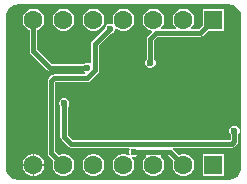
<source format=gbl>
G04*
G04 #@! TF.GenerationSoftware,Altium Limited,Altium Designer,23.2.1 (34)*
G04*
G04 Layer_Physical_Order=2*
G04 Layer_Color=16711680*
%FSLAX44Y44*%
%MOMM*%
G71*
G04*
G04 #@! TF.SameCoordinates,7A8B7A28-FB81-42DE-AEC7-513869FFDE84*
G04*
G04*
G04 #@! TF.FilePolarity,Positive*
G04*
G01*
G75*
%ADD31C,0.3810*%
%ADD35C,1.6000*%
%ADD36R,1.6000X1.6000*%
%ADD37C,0.6000*%
G36*
X264680Y222433D02*
X264817Y222430D01*
X264956Y222425D01*
X265113Y222416D01*
X265293Y222404D01*
X265468Y222389D01*
X265755Y222357D01*
X266640Y222248D01*
X268048Y221816D01*
X268733Y221532D01*
X269985Y220893D01*
X271431Y219802D01*
X272434Y218724D01*
X272885Y218136D01*
X273650Y216956D01*
X274356Y215288D01*
X274685Y213854D01*
X274782Y213119D01*
X274811Y212554D01*
X274816Y212421D01*
X274819Y212292D01*
X274821Y212082D01*
Y84389D01*
X274819Y84254D01*
X274816Y84117D01*
X274810Y83979D01*
X274802Y83821D01*
X274790Y83641D01*
X274774Y83466D01*
X274743Y83179D01*
X274634Y82294D01*
X274202Y80886D01*
X273918Y80201D01*
X273279Y78949D01*
X272188Y77503D01*
X271110Y76500D01*
X270522Y76049D01*
X269342Y75284D01*
X267673Y74578D01*
X266240Y74249D01*
X265505Y74152D01*
X264939Y74123D01*
X264807Y74118D01*
X264678Y74115D01*
X264468Y74113D01*
X85975Y74113D01*
X85840Y74115D01*
X85703Y74119D01*
X85564Y74124D01*
X85407Y74132D01*
X85227Y74145D01*
X85051Y74160D01*
X84765Y74191D01*
X83880Y74301D01*
X82472Y74732D01*
X81786Y75016D01*
X80535Y75655D01*
X79089Y76747D01*
X78086Y77824D01*
X77635Y78412D01*
X76870Y79592D01*
X76164Y81261D01*
X75835Y82695D01*
X75738Y83430D01*
X75709Y83995D01*
X75704Y84127D01*
X75701Y84256D01*
X75699Y84466D01*
X75699Y212159D01*
X75701Y212294D01*
X75704Y212432D01*
X75710Y212570D01*
X75718Y212727D01*
X75730Y212907D01*
X75746Y213083D01*
X75777Y213369D01*
X75886Y214254D01*
X76318Y215662D01*
X76602Y216348D01*
X77241Y217599D01*
X78332Y219045D01*
X79410Y220048D01*
X79998Y220499D01*
X81178Y221264D01*
X82846Y221970D01*
X84281Y222300D01*
X85015Y222396D01*
X85581Y222425D01*
X85713Y222430D01*
X85842Y222433D01*
X86052Y222435D01*
X264545D01*
X264680Y222433D01*
D02*
G37*
%LPC*%
G36*
X176480Y218820D02*
X174039D01*
X171682Y218188D01*
X169568Y216968D01*
X167842Y215242D01*
X166622Y213128D01*
X165990Y210770D01*
Y208330D01*
X166381Y206870D01*
X165317Y205936D01*
X164679Y206200D01*
X162981D01*
X161411Y205550D01*
X160210Y204349D01*
X159560Y202779D01*
Y202238D01*
X148841Y191519D01*
X148139Y190469D01*
X147893Y189230D01*
Y173495D01*
X146623Y172768D01*
X145629Y173180D01*
X143931D01*
X142361Y172530D01*
X141979Y172147D01*
X114371D01*
X102297Y184221D01*
Y200820D01*
X102638Y200912D01*
X104752Y202132D01*
X106478Y203858D01*
X107698Y205972D01*
X108330Y208330D01*
Y210770D01*
X107698Y213128D01*
X106478Y215242D01*
X104752Y216968D01*
X102638Y218188D01*
X100280Y218820D01*
X97839D01*
X95482Y218188D01*
X93368Y216968D01*
X91642Y215242D01*
X90422Y213128D01*
X89790Y210770D01*
Y208330D01*
X90422Y205972D01*
X91642Y203858D01*
X93368Y202132D01*
X95482Y200912D01*
X95823Y200820D01*
Y182880D01*
X96069Y181641D01*
X96771Y180591D01*
X110741Y166621D01*
X111791Y165919D01*
X113030Y165673D01*
X141979D01*
X142361Y165290D01*
X142669Y163788D01*
X142238Y163257D01*
X116532D01*
X115293Y163011D01*
X114243Y162309D01*
X112011Y160077D01*
X111309Y159027D01*
X111063Y157788D01*
Y96520D01*
X111309Y95281D01*
X112011Y94231D01*
X115998Y90244D01*
X115822Y89938D01*
X115190Y87580D01*
Y85140D01*
X115822Y82782D01*
X117042Y80668D01*
X118768Y78942D01*
X120882Y77722D01*
X123239Y77090D01*
X125680D01*
X128038Y77722D01*
X130152Y78942D01*
X131878Y80668D01*
X133098Y82782D01*
X133730Y85140D01*
Y87580D01*
X133098Y89938D01*
X131878Y92052D01*
X130152Y93778D01*
X128038Y94998D01*
X125680Y95630D01*
X123239D01*
X120882Y94998D01*
X120576Y94822D01*
X117537Y97861D01*
Y156447D01*
X117873Y156783D01*
X144623D01*
X145862Y157029D01*
X146912Y157731D01*
X153419Y164238D01*
X154121Y165288D01*
X154367Y166527D01*
Y187889D01*
X164138Y197660D01*
X164679D01*
X166249Y198310D01*
X167450Y199511D01*
X168100Y201081D01*
Y201804D01*
X169370Y202330D01*
X169568Y202132D01*
X171682Y200912D01*
X174039Y200280D01*
X176480D01*
X178838Y200912D01*
X180952Y202132D01*
X182678Y203858D01*
X183898Y205972D01*
X184530Y208330D01*
Y210770D01*
X183898Y213128D01*
X182678Y215242D01*
X180952Y216968D01*
X178838Y218188D01*
X176480Y218820D01*
D02*
G37*
G36*
X260730D02*
X242190D01*
Y204858D01*
X238944Y201612D01*
X233028D01*
X232502Y202882D01*
X233478Y203858D01*
X234698Y205972D01*
X235330Y208330D01*
Y210770D01*
X234698Y213128D01*
X233478Y215242D01*
X231752Y216968D01*
X229638Y218188D01*
X227280Y218820D01*
X224839D01*
X222482Y218188D01*
X220368Y216968D01*
X218642Y215242D01*
X217422Y213128D01*
X216790Y210770D01*
Y208330D01*
X217422Y205972D01*
X218642Y203858D01*
X219618Y202882D01*
X219092Y201612D01*
X207628D01*
X207102Y202882D01*
X208078Y203858D01*
X209298Y205972D01*
X209930Y208330D01*
Y210770D01*
X209298Y213128D01*
X208078Y215242D01*
X206352Y216968D01*
X204238Y218188D01*
X201880Y218820D01*
X199440D01*
X197082Y218188D01*
X194968Y216968D01*
X193242Y215242D01*
X192022Y213128D01*
X191390Y210770D01*
Y208330D01*
X192022Y205972D01*
X193242Y203858D01*
X194968Y202132D01*
X197082Y200912D01*
X198828Y200444D01*
X199252Y199072D01*
X195831Y195651D01*
X195129Y194601D01*
X194883Y193362D01*
Y175521D01*
X194500Y175139D01*
X193850Y173569D01*
Y171871D01*
X194500Y170301D01*
X195701Y169100D01*
X197271Y168450D01*
X198969D01*
X200539Y169100D01*
X201740Y170301D01*
X202390Y171871D01*
Y173569D01*
X201740Y175139D01*
X201357Y175521D01*
Y192021D01*
X204474Y195138D01*
X240285D01*
X241524Y195384D01*
X242574Y196086D01*
X246768Y200280D01*
X260730D01*
Y218820D01*
D02*
G37*
G36*
X151080D02*
X148639D01*
X146282Y218188D01*
X144168Y216968D01*
X142442Y215242D01*
X141222Y213128D01*
X140590Y210770D01*
Y208330D01*
X141222Y205972D01*
X142442Y203858D01*
X144168Y202132D01*
X146282Y200912D01*
X148639Y200280D01*
X151080D01*
X153438Y200912D01*
X155552Y202132D01*
X157278Y203858D01*
X158498Y205972D01*
X159130Y208330D01*
Y210770D01*
X158498Y213128D01*
X157278Y215242D01*
X155552Y216968D01*
X153438Y218188D01*
X151080Y218820D01*
D02*
G37*
G36*
X125680D02*
X123239D01*
X120882Y218188D01*
X118768Y216968D01*
X117042Y215242D01*
X115822Y213128D01*
X115190Y210770D01*
Y208330D01*
X115822Y205972D01*
X117042Y203858D01*
X118768Y202132D01*
X120882Y200912D01*
X123239Y200280D01*
X125680D01*
X128038Y200912D01*
X130152Y202132D01*
X131878Y203858D01*
X133098Y205972D01*
X133730Y208330D01*
Y210770D01*
X133098Y213128D01*
X131878Y215242D01*
X130152Y216968D01*
X128038Y218188D01*
X125680Y218820D01*
D02*
G37*
G36*
X125969Y142849D02*
X124270D01*
X122701Y142199D01*
X121500Y140998D01*
X120849Y139428D01*
Y137730D01*
X121500Y136160D01*
X121882Y135777D01*
Y110182D01*
X122129Y108943D01*
X122830Y107893D01*
X128697Y102026D01*
X129747Y101324D01*
X130986Y101078D01*
X179740D01*
X180364Y99808D01*
X179880Y98639D01*
Y96941D01*
X180467Y95524D01*
X180188Y95075D01*
X179596Y94561D01*
X178838Y94998D01*
X176480Y95630D01*
X174039D01*
X171682Y94998D01*
X169568Y93778D01*
X167842Y92052D01*
X166622Y89938D01*
X165990Y87580D01*
Y85140D01*
X166622Y82782D01*
X167842Y80668D01*
X169568Y78942D01*
X171682Y77722D01*
X174039Y77090D01*
X176480D01*
X178838Y77722D01*
X180952Y78942D01*
X182678Y80668D01*
X183898Y82782D01*
X184530Y85140D01*
Y87580D01*
X183898Y89938D01*
X182678Y92052D01*
X182078Y92652D01*
X182797Y93729D01*
X183301Y93520D01*
X184999D01*
X186569Y94170D01*
X186951Y94553D01*
X193947D01*
X194473Y93283D01*
X193242Y92052D01*
X192022Y89938D01*
X191390Y87580D01*
Y85140D01*
X192022Y82782D01*
X193242Y80668D01*
X194968Y78942D01*
X197082Y77722D01*
X199440Y77090D01*
X201880D01*
X204238Y77722D01*
X206352Y78942D01*
X208078Y80668D01*
X209298Y82782D01*
X209930Y85140D01*
Y87580D01*
X209298Y89938D01*
X208078Y92052D01*
X206847Y93283D01*
X207373Y94553D01*
X213289D01*
X217598Y90244D01*
X217422Y89938D01*
X216790Y87580D01*
Y85140D01*
X217422Y82782D01*
X218642Y80668D01*
X220368Y78942D01*
X222482Y77722D01*
X224839Y77090D01*
X227280D01*
X229638Y77722D01*
X231752Y78942D01*
X233478Y80668D01*
X234698Y82782D01*
X235330Y85140D01*
Y87580D01*
X234698Y89938D01*
X233478Y92052D01*
X231752Y93778D01*
X229638Y94998D01*
X227280Y95630D01*
X224839D01*
X222482Y94998D01*
X222176Y94822D01*
X217190Y99808D01*
X217513Y100877D01*
X217663Y101078D01*
X266875D01*
X268114Y101324D01*
X269164Y102026D01*
X271529Y104391D01*
X272231Y105441D01*
X272477Y106680D01*
Y112769D01*
X272860Y113151D01*
X273510Y114721D01*
Y116419D01*
X272860Y117989D01*
X271659Y119190D01*
X270089Y119840D01*
X268391D01*
X266821Y119190D01*
X265620Y117989D01*
X264970Y116419D01*
Y114721D01*
X265620Y113151D01*
X266003Y112769D01*
Y108021D01*
X265534Y107552D01*
X132327D01*
X128357Y111523D01*
Y135777D01*
X128739Y136160D01*
X129389Y137730D01*
Y139428D01*
X128739Y140998D01*
X127538Y142199D01*
X125969Y142849D01*
D02*
G37*
G36*
X100280Y95630D02*
X99695D01*
Y86995D01*
X108330D01*
Y87580D01*
X107698Y89938D01*
X106478Y92052D01*
X104752Y93778D01*
X102638Y94998D01*
X100280Y95630D01*
D02*
G37*
G36*
X98425D02*
X97839D01*
X95482Y94998D01*
X93368Y93778D01*
X91642Y92052D01*
X90422Y89938D01*
X89790Y87580D01*
Y86995D01*
X98425D01*
Y95630D01*
D02*
G37*
G36*
X260730D02*
X242190D01*
Y77090D01*
X260730D01*
Y95630D01*
D02*
G37*
G36*
X151080D02*
X148639D01*
X146282Y94998D01*
X144168Y93778D01*
X142442Y92052D01*
X141222Y89938D01*
X140590Y87580D01*
Y85140D01*
X141222Y82782D01*
X142442Y80668D01*
X144168Y78942D01*
X146282Y77722D01*
X148639Y77090D01*
X151080D01*
X153438Y77722D01*
X155552Y78942D01*
X157278Y80668D01*
X158498Y82782D01*
X159130Y85140D01*
Y87580D01*
X158498Y89938D01*
X157278Y92052D01*
X155552Y93778D01*
X153438Y94998D01*
X151080Y95630D01*
D02*
G37*
G36*
X108330Y85725D02*
X99695D01*
Y77090D01*
X100280D01*
X102638Y77722D01*
X104752Y78942D01*
X106478Y80668D01*
X107698Y82782D01*
X108330Y85140D01*
Y85725D01*
D02*
G37*
G36*
X98425D02*
X89790D01*
Y85140D01*
X90422Y82782D01*
X91642Y80668D01*
X93368Y78942D01*
X95482Y77722D01*
X97839Y77090D01*
X98425D01*
Y85725D01*
D02*
G37*
%LPD*%
D31*
X198120Y172720D02*
Y193362D01*
X203133Y198375D01*
X144623Y160020D02*
X151130Y166527D01*
X99060Y182880D02*
X113030Y168910D01*
X144780D01*
X116532Y160020D02*
X144623D01*
X151130Y166527D02*
Y189230D01*
X203133Y198375D02*
X240285D01*
X251460Y209550D01*
X114300Y96520D02*
X124460Y86360D01*
X114300Y96520D02*
Y157788D01*
X116532Y160020D01*
X151130Y189230D02*
X163830Y201930D01*
X269240Y106680D02*
Y115570D01*
X125119Y110182D02*
Y138579D01*
Y110182D02*
X130986Y104315D01*
X266875D01*
X269240Y106680D01*
X214630Y97790D02*
X226060Y86360D01*
X184150Y97790D02*
X214630D01*
X99060Y182880D02*
Y209550D01*
D35*
X175260Y86360D02*
D03*
X149860Y209550D02*
D03*
X200660D02*
D03*
X226060D02*
D03*
X175260D02*
D03*
X124460D02*
D03*
X99060D02*
D03*
X149860Y86360D02*
D03*
X200660D02*
D03*
X226060D02*
D03*
X124460D02*
D03*
X99060D02*
D03*
D36*
X251460Y209550D02*
D03*
Y86360D02*
D03*
D37*
X152125Y155712D02*
D03*
Y149362D02*
D03*
Y123962D02*
D03*
Y130312D02*
D03*
Y136662D02*
D03*
Y143012D02*
D03*
X190500Y137160D02*
D03*
X177800Y143510D02*
D03*
X184150D02*
D03*
X190500D02*
D03*
X196850Y124460D02*
D03*
X203200D02*
D03*
X209550D02*
D03*
X196850Y130810D02*
D03*
X203200D02*
D03*
X209550D02*
D03*
X196850Y137160D02*
D03*
X203200D02*
D03*
X209550D02*
D03*
X196850Y143510D02*
D03*
X203200D02*
D03*
X209550D02*
D03*
Y168910D02*
D03*
X196850Y162560D02*
D03*
X203200D02*
D03*
X209550D02*
D03*
X196850Y156210D02*
D03*
X203200D02*
D03*
X209550D02*
D03*
X196850Y149860D02*
D03*
X203200D02*
D03*
X209550D02*
D03*
X145775Y149362D02*
D03*
Y123962D02*
D03*
Y130312D02*
D03*
Y136662D02*
D03*
Y143012D02*
D03*
X139425Y149362D02*
D03*
X227330Y110490D02*
D03*
X125119Y138579D02*
D03*
X184150Y97790D02*
D03*
X238705Y184150D02*
D03*
X269240Y115570D02*
D03*
X144780Y168910D02*
D03*
X165100Y137160D02*
D03*
X171450D02*
D03*
X158750Y143510D02*
D03*
X165100D02*
D03*
X158750Y124460D02*
D03*
X165100D02*
D03*
X171450D02*
D03*
X158750Y130810D02*
D03*
X165100D02*
D03*
X171450D02*
D03*
X158750Y137160D02*
D03*
X171450Y143510D02*
D03*
Y149860D02*
D03*
X165100D02*
D03*
X158750D02*
D03*
X198120Y172720D02*
D03*
X163830Y201930D02*
D03*
X177800Y168910D02*
D03*
X184150D02*
D03*
X190500D02*
D03*
X177800Y162560D02*
D03*
X184150D02*
D03*
X190500D02*
D03*
X177800Y156210D02*
D03*
X184150D02*
D03*
X190500D02*
D03*
X177800Y149860D02*
D03*
X184150D02*
D03*
X190500D02*
D03*
X177800Y124460D02*
D03*
X184150D02*
D03*
X190500D02*
D03*
X177800Y130810D02*
D03*
X184150D02*
D03*
X190500D02*
D03*
X177800Y137160D02*
D03*
X184150D02*
D03*
X171450Y156210D02*
D03*
X165100D02*
D03*
X158750D02*
D03*
X171450Y162560D02*
D03*
X165100D02*
D03*
X158750D02*
D03*
X171450Y168910D02*
D03*
X165100D02*
D03*
X158750D02*
D03*
X139425Y123962D02*
D03*
Y130312D02*
D03*
Y136662D02*
D03*
Y143012D02*
D03*
M02*

</source>
